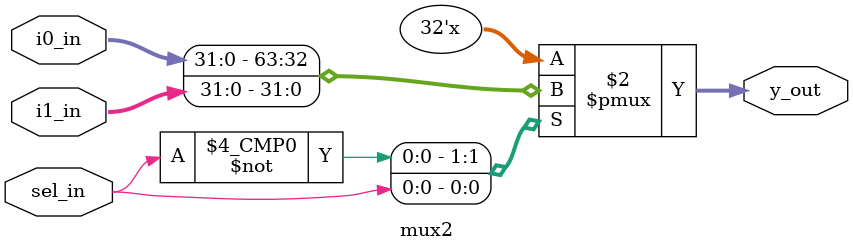
<source format=v>
`include "timescale.v" 


module mux2 (y_out,i0_in,i1_in,sel_in);
parameter BUS_WIDTH = 32;

output [BUS_WIDTH-1 : 0] y_out;
input [BUS_WIDTH-1 : 0] i0_in;
input [BUS_WIDTH-1 : 0] i1_in; 	
input sel_in;

reg [BUS_WIDTH-1 : 0] y_out;
wire[BUS_WIDTH-1 : 0] i0_in;
wire[BUS_WIDTH-1 : 0] i1_in;
wire sel_in;

always @(*)
begin
	case (sel_in)
		1'b0 : y_out <= i0_in;
		1'b1 : y_out <= i1_in;
	endcase
end
endmodule

</source>
